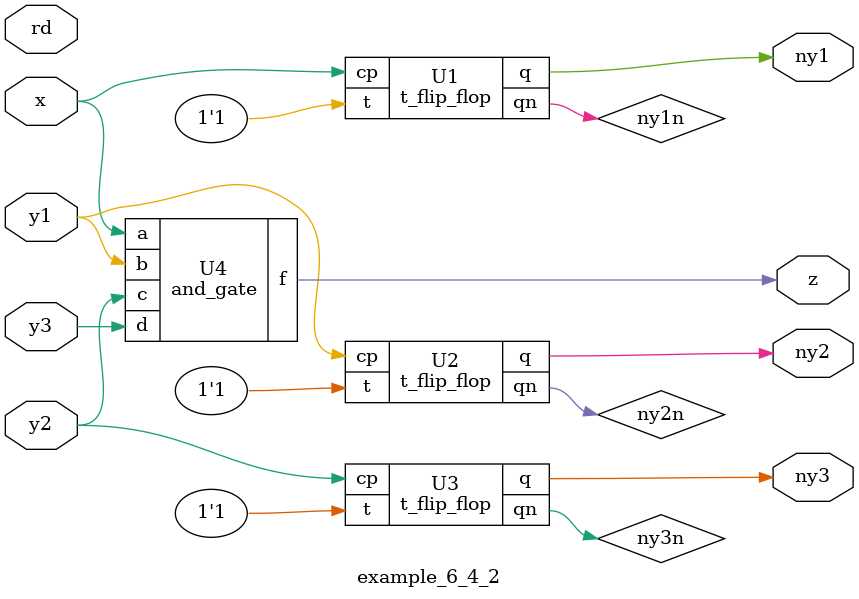
<source format=v>
`timescale 1ns / 1ps

module xor_gate(
    input a,
    input b,
    output f
);
    reg y;
    always@(*)
    begin
        y<= a^b;
    end
    assign f=y;
endmodule    

module one_gate(
    input a,
    output f
);
    reg y;
    always@(*)
    begin
        y<= a;
    end
    assign f=y;
endmodule

module and_gate(
    input a,
    input b,
    input c,
    input d,
    output f
);
    reg y;
    always@(*)
    begin
        y<= a&b&c&d;
    end
    assign f=y;
endmodule   

module t_flip_flop(
    input cp,
    input t,
    output q,qn
);
    reg y;
    always@(negedge cp)
    begin
            if(t==1)
                y<=~y;
            else
                y<=y;       
    end
    assign q=y;
    assign qn=~y;
endmodule

module example_6_4_2(
    input x,
    input y1,y2,y3,
    input rd,
    output ny1,ny2,ny3,z
    );
    wire ny1n,ny2n,ny3n;
    
    t_flip_flop  U1(.cp(x),.t(1),.q(ny1),.qn(ny1n));
    t_flip_flop  U2(.cp(y1),.t(1),.q(ny2),.qn(ny2n));
    t_flip_flop  U3(.cp(y2),.t(1),.q(ny3),.qn(ny3n));
    and_gate U4(.a(x),.b(y1),.c(y2),.d(y3),.f(z));
    
endmodule   
</source>
